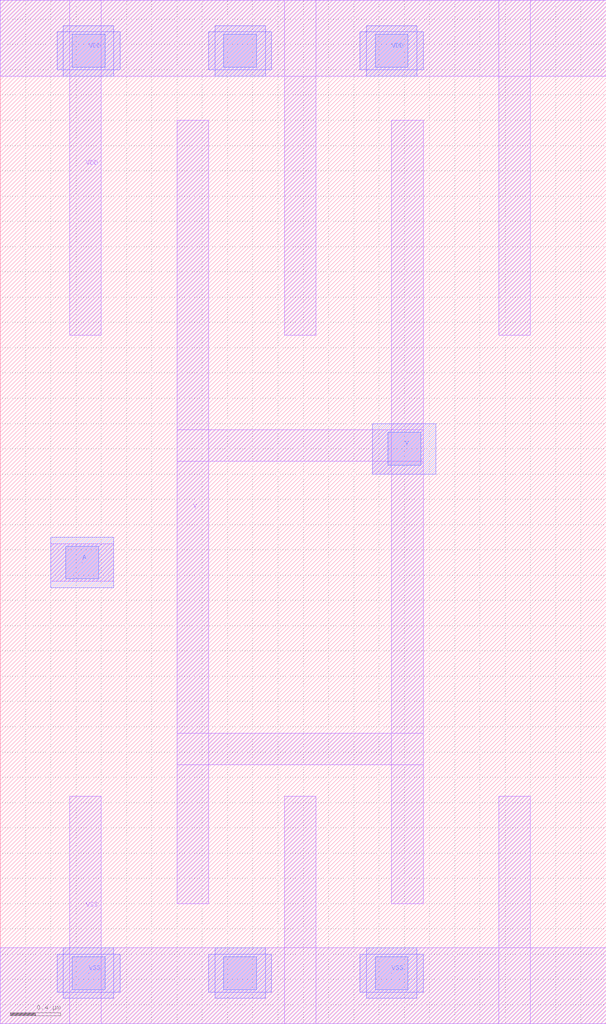
<source format=lef>
# Copyright 2022 Google LLC
# Licensed under the Apache License, Version 2.0 (the "License");
# you may not use this file except in compliance with the License.
# You may obtain a copy of the License at
#
#      http://www.apache.org/licenses/LICENSE-2.0
#
# Unless required by applicable law or agreed to in writing, software
# distributed under the License is distributed on an "AS IS" BASIS,
# WITHOUT WARRANTIES OR CONDITIONS OF ANY KIND, either express or implied.
# See the License for the specific language governing permissions and
# limitations under the License.
VERSION 5.7 ;
BUSBITCHARS "[]" ;
DIVIDERCHAR "/" ;

MACRO gf180mcu_osu_sc_12T_inv_4
  CLASS CORE ;
  ORIGIN 0 0.15 ;
  FOREIGN gf180mcu_osu_sc_12T_inv_4 0 -0.15 ;
  SIZE 4.8 BY 8.1 ;
  SYMMETRY X Y ;
  SITE GF018hv5v_mcu_sc7 ;
  PIN A
    DIRECTION INPUT ;
    USE SIGNAL ;
    PORT
      LAYER MET1 ;
        RECT 0.4 3.35 0.9 3.65 ;
      LAYER MET2 ;
        RECT 0.4 3.3 0.9 3.7 ;
      LAYER VIA12 ;
        RECT 0.52 3.37 0.78 3.63 ;
    END
  END A
  PIN VDD
    DIRECTION INOUT ;
    USE POWER ;
    SHAPE ABUTMENT ;
    PORT
      LAYER MET1 ;
        RECT 0 7.35 4.8 7.95 ;
        RECT 3.95 5.3 4.2 7.95 ;
        RECT 2.25 5.3 2.5 7.95 ;
        RECT 0.55 5.3 0.8 7.95 ;
      LAYER MET2 ;
        RECT 2.85 7.4 3.35 7.7 ;
        RECT 2.9 7.35 3.3 7.75 ;
        RECT 1.65 7.4 2.15 7.7 ;
        RECT 1.7 7.35 2.1 7.75 ;
        RECT 0.45 7.4 0.95 7.7 ;
        RECT 0.5 7.35 0.9 7.75 ;
      LAYER VIA12 ;
        RECT 0.57 7.42 0.83 7.68 ;
        RECT 1.77 7.42 2.03 7.68 ;
        RECT 2.97 7.42 3.23 7.68 ;
    END
  END VDD
  PIN VSS
    DIRECTION INOUT ;
    USE GROUND ;
    PORT
      LAYER MET1 ;
        RECT 0 -0.15 4.8 0.45 ;
        RECT 3.95 -0.15 4.2 1.65 ;
        RECT 2.25 -0.15 2.5 1.65 ;
        RECT 0.55 -0.15 0.8 1.65 ;
      LAYER MET2 ;
        RECT 2.85 0.1 3.35 0.4 ;
        RECT 2.9 0.05 3.3 0.45 ;
        RECT 1.65 0.1 2.15 0.4 ;
        RECT 1.7 0.05 2.1 0.45 ;
        RECT 0.45 0.1 0.95 0.4 ;
        RECT 0.5 0.05 0.9 0.45 ;
      LAYER VIA12 ;
        RECT 0.57 0.12 0.83 0.38 ;
        RECT 1.77 0.12 2.03 0.38 ;
        RECT 2.97 0.12 3.23 0.38 ;
    END
  END VSS
  PIN Y
    DIRECTION OUTPUT ;
    USE SIGNAL ;
    PORT
      LAYER MET1 ;
        RECT 3.1 0.8 3.35 7 ;
        RECT 1.4 4.3 3.35 4.55 ;
        RECT 2.95 4.2 3.35 4.55 ;
        RECT 1.4 1.9 3.35 2.15 ;
        RECT 1.4 0.8 1.65 7 ;
      LAYER MET2 ;
        RECT 2.95 4.2 3.45 4.6 ;
      LAYER VIA12 ;
        RECT 3.07 4.27 3.33 4.53 ;
    END
  END Y
END gf180mcu_osu_sc_12T_inv_4

</source>
